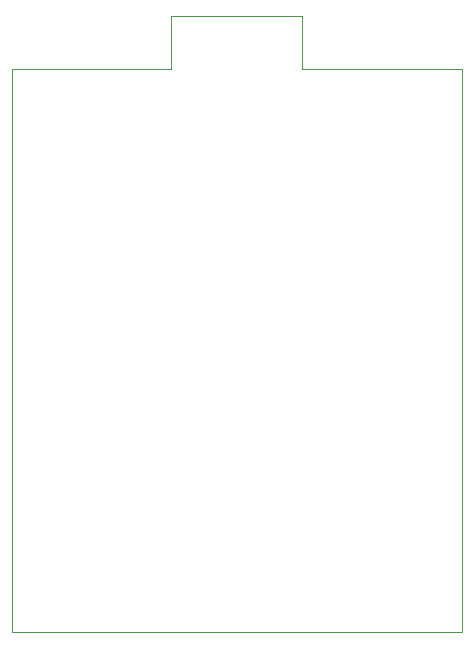
<source format=gm1>
G04 #@! TF.GenerationSoftware,KiCad,Pcbnew,(6.0.7)*
G04 #@! TF.CreationDate,2022-10-04T19:15:27+13:00*
G04 #@! TF.ProjectId,ledusbc2key,6c656475-7362-4633-926b-65792e6b6963,rev?*
G04 #@! TF.SameCoordinates,Original*
G04 #@! TF.FileFunction,Profile,NP*
%FSLAX46Y46*%
G04 Gerber Fmt 4.6, Leading zero omitted, Abs format (unit mm)*
G04 Created by KiCad (PCBNEW (6.0.7)) date 2022-10-04 19:15:27*
%MOMM*%
%LPD*%
G01*
G04 APERTURE LIST*
G04 #@! TA.AperFunction,Profile*
%ADD10C,0.100000*%
G04 #@! TD*
G04 APERTURE END LIST*
D10*
X130312500Y-61912500D02*
X130312500Y-57412500D01*
X119237500Y-57412500D02*
X119237500Y-61912500D01*
X119237500Y-57412500D02*
X130312500Y-57412500D01*
X143837500Y-109600000D02*
X143825000Y-61912500D01*
X105725000Y-109575000D02*
X143837500Y-109600000D01*
X105725000Y-61912500D02*
X105725000Y-109575000D01*
X143825000Y-61912500D02*
X130312500Y-61912500D01*
X119237500Y-61912500D02*
X105725000Y-61912500D01*
M02*

</source>
